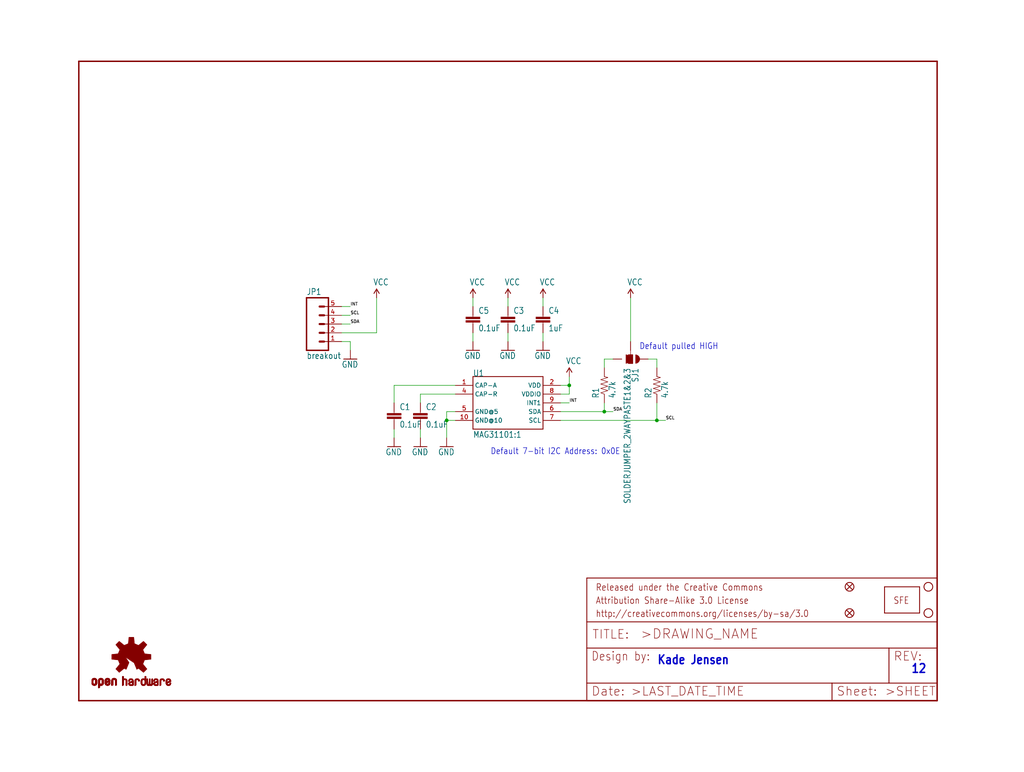
<source format=kicad_sch>
(kicad_sch (version 20211123) (generator eeschema)
  (paper "User" 297.002 223.926)
  (lib_symbols
    (symbol "eagleSchem-eagle-import:CAP0603-CAP"
      (property "Reference" "C" (at 1.524 2.921 0))
      (property "Value" "CAP0603-CAP" (at 1.524 -2.159 0))
      (symbol "CAP0603-CAP_1_0"
        (pin passive line (at 0 5.08 270) (length 2.54) (name "1") (number "1"))
        (pin passive line (at 0 -2.54 90) (length 2.54) (name "2") (number "2"))
      )
    )
    (symbol "eagleSchem-eagle-import:FIDUCIAL1X2")
    (symbol "eagleSchem-eagle-import:FRAME-LETTER"
      (symbol "FRAME-LETTER_2_0"
        (text ">DRAWING_NAME" (at 15.494 17.78 0) (effects (font (size 2.7432 2.7432)) (justify left bottom)))
        (text ">LAST_DATE_TIME" (at 12.7 1.27 0) (effects (font (size 2.54 2.54)) (justify left bottom)))
        (text ">SHEET" (at 86.36 1.27 0) (effects (font (size 2.54 2.54)) (justify left bottom)))
        (text "Attribution Share-Alike 3.0 License" (at 2.54 27.94 0) (effects (font (size 1.9304 1.6408)) (justify left bottom)))
        (text "Date:" (at 1.27 1.27 0) (effects (font (size 2.54 2.54)) (justify left bottom)))
        (text "Design by:" (at 1.27 11.43 0) (effects (font (size 2.54 2.159)) (justify left bottom)))
        (text "http://creativecommons.org/licenses/by-sa/3.0" (at 2.54 24.13 0) (effects (font (size 1.9304 1.6408)) (justify left bottom)))
        (text "Released under the Creative Commons" (at 2.54 31.75 0) (effects (font (size 1.9304 1.6408)) (justify left bottom)))
        (text "REV:" (at 88.9 11.43 0) (effects (font (size 2.54 2.54)) (justify left bottom)))
        (text "Sheet:" (at 72.39 1.27 0) (effects (font (size 2.54 2.54)) (justify left bottom)))
        (text "TITLE:" (at 1.524 17.78 0) (effects (font (size 2.54 2.54)) (justify left bottom)))
      )
    )
    (symbol "eagleSchem-eagle-import:GND" (power)
      (property "Value" "GND" (at -2.54 -2.54 0))
      (symbol "GND_1_0"
        (pin power_in line (at 0 2.54 270) (length 2.54) (name "GND") (number "1"))
      )
    )
    (symbol "eagleSchem-eagle-import:LOGO-SFESK"
      (symbol "LOGO-SFESK_1_0"
        (text "SFE" (at 0 0 0) (effects (font (size 1.9304 1.6408)) (justify left bottom)))
      )
    )
    (symbol "eagleSchem-eagle-import:M05PTH"
      (property "Reference" "JP" (at -2.54 8.382 0))
      (property "Value" "M05PTH" (at -2.54 -10.16 0))
      (symbol "M05PTH_1_0"
        (pin passive line (at 7.62 -5.08 180) (length 5.08) (name "1") (number "1"))
        (pin passive line (at 7.62 -2.54 180) (length 5.08) (name "2") (number "2"))
        (pin passive line (at 7.62 0 180) (length 5.08) (name "3") (number "3"))
        (pin passive line (at 7.62 2.54 180) (length 5.08) (name "4") (number "4"))
        (pin passive line (at 7.62 5.08 180) (length 5.08) (name "5") (number "5"))
      )
    )
    (symbol "eagleSchem-eagle-import:MAG31101{colon}1"
      (property "Reference" "U" (at -10.16 7.62 0))
      (property "Value" "MAG31101{colon}1" (at -10.16 -10.16 0))
      (symbol "MAG31101{colon}1_1_0"
        (pin bidirectional line (at -15.24 5.08 0) (length 5.08) (name "CAP-A") (number "1"))
        (pin bidirectional line (at -15.24 -5.08 0) (length 5.08) (name "GND@10") (number "10"))
        (pin bidirectional line (at 15.24 5.08 180) (length 5.08) (name "VDD") (number "2"))
        (pin bidirectional line (at -15.24 2.54 0) (length 5.08) (name "CAP-R") (number "4"))
        (pin bidirectional line (at -15.24 -2.54 0) (length 5.08) (name "GND@5") (number "5"))
        (pin bidirectional line (at 15.24 -2.54 180) (length 5.08) (name "SDA") (number "6"))
        (pin bidirectional line (at 15.24 -5.08 180) (length 5.08) (name "SCL") (number "7"))
        (pin bidirectional line (at 15.24 2.54 180) (length 5.08) (name "VDDIO") (number "8"))
        (pin bidirectional line (at 15.24 0 180) (length 5.08) (name "INT1") (number "9"))
      )
    )
    (symbol "eagleSchem-eagle-import:OSHW-LOGOS")
    (symbol "eagleSchem-eagle-import:RESISTOR0603-RES"
      (property "Reference" "R" (at -3.81 1.4986 0))
      (property "Value" "RESISTOR0603-RES" (at -3.81 -3.302 0))
      (symbol "RESISTOR0603-RES_1_0"
        (pin passive line (at -5.08 0 0) (length 2.54) (name "1") (number "1"))
        (pin passive line (at 5.08 0 180) (length 2.54) (name "2") (number "2"))
      )
    )
    (symbol "eagleSchem-eagle-import:SOLDERJUMPER_2WAYPASTE1&2&3"
      (property "Reference" "SJ" (at 2.54 0.381 0))
      (property "Value" "SOLDERJUMPER_2WAYPASTE1&2&3" (at 2.54 -1.905 0))
      (symbol "SOLDERJUMPER_2WAYPASTE1&2&3_1_0"
        (pin passive line (at 0 5.08 270) (length 2.54) (name "1") (number "1"))
        (pin passive line (at -5.08 0 0) (length 2.54) (name "2") (number "2"))
        (pin passive line (at 0 -5.08 90) (length 2.54) (name "3") (number "3"))
      )
    )
    (symbol "eagleSchem-eagle-import:STAND-OFF")
    (symbol "eagleSchem-eagle-import:VCC" (power)
      (property "Value" "VCC" (at -1.016 3.556 0))
      (symbol "VCC_1_0"
        (pin power_in line (at 0 0 90) (length 2.54) (name "VCC") (number "1"))
      )
    )
  )
  (junction (at 175.26 119.38))
  (junction (at 190.5 121.92))
  (junction (at 165.1 111.76))
  (junction (at 129.54 121.92))
  (wire (pts (xy 190.5 104.14) (xy 187.96 104.14)))
  (wire (pts (xy 157.48 86.36) (xy 157.48 88.9)))
  (wire (pts (xy 190.5 121.92) (xy 190.5 116.84)))
  (wire (pts (xy 162.56 111.76) (xy 165.1 111.76)))
  (wire (pts (xy 175.26 106.68) (xy 175.26 104.14)))
  (wire (pts (xy 175.26 119.38) (xy 177.8 119.38)))
  (wire (pts (xy 129.54 121.92) (xy 129.54 127)))
  (wire (pts (xy 165.1 114.3) (xy 165.1 111.76)))
  (wire (pts (xy 132.08 121.92) (xy 129.54 121.92)))
  (wire (pts (xy 137.16 88.9) (xy 137.16 86.36)))
  (wire (pts (xy 121.92 124.46) (xy 121.92 127)))
  (wire (pts (xy 190.5 106.68) (xy 190.5 104.14)))
  (wire (pts (xy 162.56 114.3) (xy 165.1 114.3)))
  (wire (pts (xy 157.48 96.52) (xy 157.48 99.06)))
  (wire (pts (xy 137.16 96.52) (xy 137.16 99.06)))
  (wire (pts (xy 162.56 116.84) (xy 165.1 116.84)))
  (wire (pts (xy 132.08 114.3) (xy 121.92 114.3)))
  (wire (pts (xy 162.56 121.92) (xy 190.5 121.92)))
  (wire (pts (xy 177.8 104.14) (xy 175.26 104.14)))
  (wire (pts (xy 109.22 96.52) (xy 109.22 86.36)))
  (wire (pts (xy 175.26 119.38) (xy 162.56 119.38)))
  (wire (pts (xy 101.6 99.06) (xy 101.6 101.6)))
  (wire (pts (xy 182.88 99.06) (xy 182.88 86.36)))
  (wire (pts (xy 114.3 111.76) (xy 114.3 116.84)))
  (wire (pts (xy 147.32 86.36) (xy 147.32 88.9)))
  (wire (pts (xy 99.06 99.06) (xy 101.6 99.06)))
  (wire (pts (xy 129.54 119.38) (xy 129.54 121.92)))
  (wire (pts (xy 121.92 114.3) (xy 121.92 116.84)))
  (wire (pts (xy 165.1 111.76) (xy 165.1 109.22)))
  (wire (pts (xy 147.32 99.06) (xy 147.32 96.52)))
  (wire (pts (xy 99.06 88.9) (xy 101.6 88.9)))
  (wire (pts (xy 99.06 91.44) (xy 101.6 91.44)))
  (wire (pts (xy 99.06 96.52) (xy 109.22 96.52)))
  (wire (pts (xy 132.08 119.38) (xy 129.54 119.38)))
  (wire (pts (xy 132.08 111.76) (xy 114.3 111.76)))
  (wire (pts (xy 99.06 93.98) (xy 101.6 93.98)))
  (wire (pts (xy 175.26 116.84) (xy 175.26 119.38)))
  (wire (pts (xy 114.3 124.46) (xy 114.3 127)))
  (wire (pts (xy 190.5 121.92) (xy 193.04 121.92)))
  (text "Kade Jensen" (at 190.5 193.04 180) (effects (font (size 2.54 2.159) (thickness 0.4318) bold) (justify left bottom)))
  (text "Default 7-bit I2C Address: 0x0E" (at 142.24 132.08 180) (effects (font (size 1.778 1.5113)) (justify left bottom)))
  (text "12" (at 264.16 195.58 180) (effects (font (size 2.54 2.159) (thickness 0.4318) bold) (justify left bottom)))
  (text "Default pulled HIGH" (at 185.42 101.6 180) (effects (font (size 1.778 1.5113)) (justify left bottom)))
  (label "INT" (at 101.6 88.9 0) (effects (font (size 0.889 0.889))))
  (label "SDA" (at 101.6 93.98 0) (effects (font (size 0.889 0.889))))
  (label "SDA" (at 177.8 119.38 0) (effects (font (size 0.889 0.889))))
  (label "SCL" (at 101.6 91.44 0) (effects (font (size 0.889 0.889))))
  (label "SCL" (at 193.04 121.92 0) (effects (font (size 0.889 0.889))))
  (label "INT" (at 165.1 116.84 0) (effects (font (size 0.889 0.889))))
  (symbol (lib_id "eagleSchem-eagle-import:M05PTH") (at 91.44 93.98 0) (unit 1)
    (property "Reference" "JP1" (at 88.9 85.598 0) (effects (font (size 1.778 1.5113)) (justify left bottom)))
    (property "Value" "breakout" (at 88.9 104.14 0) (effects (font (size 1.778 1.5113)) (justify left bottom)))
    (property "Footprint" "eagleSchem:1X05" (effects hide))
  )
  (symbol (lib_id "eagleSchem-eagle-import:VCC") (at 147.32 86.36 0) (unit 1)
    (property "Reference" "#P+1" (effects hide))
    (property "Value" "VCC" (at 146.304 82.804 0) (effects (font (size 1.778 1.5113)) (justify left bottom)))
    (property "Footprint" "eagleSchem:" (effects hide))
  )
  (symbol (lib_id "eagleSchem-eagle-import:GND") (at 157.48 101.6 0) (unit 1)
    (property "Reference" "#GND8" (effects hide))
    (property "Value" "GND" (at 154.94 104.14 0) (effects (font (size 1.778 1.5113)) (justify left bottom)))
    (property "Footprint" "eagleSchem:" (effects hide))
  )
  (symbol (lib_id "eagleSchem-eagle-import:RESISTOR0603-RES") (at 190.5 111.76 90) (unit 1)
    (property "Reference" "R2" (at 189.0014 115.57 0) (effects (font (size 1.778 1.5113)) (justify left bottom)))
    (property "Value" "4.7k" (at 193.802 115.57 0) (effects (font (size 1.778 1.5113)) (justify left bottom)))
    (property "Footprint" "eagleSchem:0603-RES" (effects hide))
  )
  (symbol (lib_id "eagleSchem-eagle-import:VCC") (at 137.16 86.36 0) (unit 1)
    (property "Reference" "#P+5" (effects hide))
    (property "Value" "VCC" (at 136.144 82.804 0) (effects (font (size 1.778 1.5113)) (justify left bottom)))
    (property "Footprint" "eagleSchem:" (effects hide))
  )
  (symbol (lib_id "eagleSchem-eagle-import:CAP0603-CAP") (at 147.32 93.98 0) (unit 1)
    (property "Reference" "C3" (at 148.844 91.059 0) (effects (font (size 1.778 1.5113)) (justify left bottom)))
    (property "Value" "0.1uF" (at 148.844 96.139 0) (effects (font (size 1.778 1.5113)) (justify left bottom)))
    (property "Footprint" "eagleSchem:0603-CAP" (effects hide))
  )
  (symbol (lib_id "eagleSchem-eagle-import:FRAME-LETTER") (at 22.86 203.2 0) (unit 1)
    (property "Reference" "FRAME2" (effects hide))
    (property "Value" "FRAME-LETTER" (effects hide))
    (property "Footprint" "eagleSchem:CREATIVE_COMMONS" (effects hide))
  )
  (symbol (lib_id "eagleSchem-eagle-import:STAND-OFF") (at 269.24 170.18 0) (unit 1)
    (property "Reference" "JP3" (effects hide))
    (property "Value" "STAND-OFF" (effects hide))
    (property "Footprint" "eagleSchem:STAND-OFF" (effects hide))
  )
  (symbol (lib_id "eagleSchem-eagle-import:GND") (at 129.54 129.54 0) (unit 1)
    (property "Reference" "#GND1" (effects hide))
    (property "Value" "GND" (at 127 132.08 0) (effects (font (size 1.778 1.5113)) (justify left bottom)))
    (property "Footprint" "eagleSchem:" (effects hide))
  )
  (symbol (lib_id "eagleSchem-eagle-import:FIDUCIAL1X2") (at 246.38 177.8 0) (unit 1)
    (property "Reference" "FID2" (effects hide))
    (property "Value" "FIDUCIAL1X2" (effects hide))
    (property "Footprint" "eagleSchem:FIDUCIAL-1X2" (effects hide))
  )
  (symbol (lib_id "eagleSchem-eagle-import:CAP0603-CAP") (at 114.3 121.92 0) (unit 1)
    (property "Reference" "C1" (at 115.824 118.999 0) (effects (font (size 1.778 1.5113)) (justify left bottom)))
    (property "Value" "0.1uF" (at 115.824 124.079 0) (effects (font (size 1.778 1.5113)) (justify left bottom)))
    (property "Footprint" "eagleSchem:0603-CAP" (effects hide))
  )
  (symbol (lib_id "eagleSchem-eagle-import:SOLDERJUMPER_2WAYPASTE1&2&3") (at 182.88 104.14 270) (unit 1)
    (property "Reference" "SJ1" (at 183.261 106.68 0) (effects (font (size 1.778 1.5113)) (justify left bottom)))
    (property "Value" "SOLDERJUMPER_2WAYPASTE1&2&3" (at 180.975 106.68 0) (effects (font (size 1.778 1.5113)) (justify left bottom)))
    (property "Footprint" "eagleSchem:SJ_3_PASTE1&2&3" (effects hide))
  )
  (symbol (lib_id "eagleSchem-eagle-import:OSHW-LOGOS") (at 38.1 190.5 0) (unit 1)
    (property "Reference" "LOGO1" (effects hide))
    (property "Value" "OSHW-LOGOS" (effects hide))
    (property "Footprint" "eagleSchem:OSHW-LOGO-S" (effects hide))
  )
  (symbol (lib_id "eagleSchem-eagle-import:CAP0603-CAP") (at 137.16 93.98 0) (unit 1)
    (property "Reference" "C5" (at 138.684 91.059 0) (effects (font (size 1.778 1.5113)) (justify left bottom)))
    (property "Value" "0.1uF" (at 138.684 96.139 0) (effects (font (size 1.778 1.5113)) (justify left bottom)))
    (property "Footprint" "eagleSchem:0603-CAP" (effects hide))
  )
  (symbol (lib_id "eagleSchem-eagle-import:VCC") (at 109.22 86.36 0) (unit 1)
    (property "Reference" "#P+4" (effects hide))
    (property "Value" "VCC" (at 108.204 82.804 0) (effects (font (size 1.778 1.5113)) (justify left bottom)))
    (property "Footprint" "eagleSchem:" (effects hide))
  )
  (symbol (lib_id "eagleSchem-eagle-import:CAP0603-CAP") (at 157.48 93.98 0) (unit 1)
    (property "Reference" "C4" (at 159.004 91.059 0) (effects (font (size 1.778 1.5113)) (justify left bottom)))
    (property "Value" "1uF" (at 159.004 96.139 0) (effects (font (size 1.778 1.5113)) (justify left bottom)))
    (property "Footprint" "eagleSchem:0603-CAP" (effects hide))
  )
  (symbol (lib_id "eagleSchem-eagle-import:VCC") (at 157.48 86.36 0) (unit 1)
    (property "Reference" "#P+6" (effects hide))
    (property "Value" "VCC" (at 156.464 82.804 0) (effects (font (size 1.778 1.5113)) (justify left bottom)))
    (property "Footprint" "eagleSchem:" (effects hide))
  )
  (symbol (lib_id "eagleSchem-eagle-import:GND") (at 121.92 129.54 0) (unit 1)
    (property "Reference" "#GND3" (effects hide))
    (property "Value" "GND" (at 119.38 132.08 0) (effects (font (size 1.778 1.5113)) (justify left bottom)))
    (property "Footprint" "eagleSchem:" (effects hide))
  )
  (symbol (lib_id "eagleSchem-eagle-import:STAND-OFF") (at 269.24 177.8 0) (unit 1)
    (property "Reference" "JP2" (effects hide))
    (property "Value" "STAND-OFF" (effects hide))
    (property "Footprint" "eagleSchem:STAND-OFF" (effects hide))
  )
  (symbol (lib_id "eagleSchem-eagle-import:FRAME-LETTER") (at 170.18 203.2 0) (unit 2)
    (property "Reference" "FRAME2" (effects hide))
    (property "Value" "FRAME-LETTER" (effects hide))
    (property "Footprint" "eagleSchem:CREATIVE_COMMONS" (effects hide))
  )
  (symbol (lib_id "eagleSchem-eagle-import:LOGO-SFESK") (at 259.08 175.26 0) (unit 1)
    (property "Reference" "JP7" (effects hide))
    (property "Value" "LOGO-SFESK" (effects hide))
    (property "Footprint" "eagleSchem:SFE-LOGO-FLAME" (effects hide))
  )
  (symbol (lib_id "eagleSchem-eagle-import:GND") (at 137.16 101.6 0) (unit 1)
    (property "Reference" "#GND7" (effects hide))
    (property "Value" "GND" (at 134.62 104.14 0) (effects (font (size 1.778 1.5113)) (justify left bottom)))
    (property "Footprint" "eagleSchem:" (effects hide))
  )
  (symbol (lib_id "eagleSchem-eagle-import:CAP0603-CAP") (at 121.92 121.92 0) (unit 1)
    (property "Reference" "C2" (at 123.444 118.999 0) (effects (font (size 1.778 1.5113)) (justify left bottom)))
    (property "Value" "0.1uF" (at 123.444 124.079 0) (effects (font (size 1.778 1.5113)) (justify left bottom)))
    (property "Footprint" "eagleSchem:0603-CAP" (effects hide))
  )
  (symbol (lib_id "eagleSchem-eagle-import:GND") (at 147.32 101.6 0) (unit 1)
    (property "Reference" "#GND4" (effects hide))
    (property "Value" "GND" (at 144.78 104.14 0) (effects (font (size 1.778 1.5113)) (justify left bottom)))
    (property "Footprint" "eagleSchem:" (effects hide))
  )
  (symbol (lib_id "eagleSchem-eagle-import:VCC") (at 165.1 109.22 0) (unit 1)
    (property "Reference" "#P+2" (effects hide))
    (property "Value" "VCC" (at 164.084 105.664 0) (effects (font (size 1.778 1.5113)) (justify left bottom)))
    (property "Footprint" "eagleSchem:" (effects hide))
  )
  (symbol (lib_id "eagleSchem-eagle-import:GND") (at 114.3 129.54 0) (unit 1)
    (property "Reference" "#GND2" (effects hide))
    (property "Value" "GND" (at 111.76 132.08 0) (effects (font (size 1.778 1.5113)) (justify left bottom)))
    (property "Footprint" "eagleSchem:" (effects hide))
  )
  (symbol (lib_id "eagleSchem-eagle-import:FIDUCIAL1X2") (at 246.38 170.18 0) (unit 1)
    (property "Reference" "FID1" (effects hide))
    (property "Value" "FIDUCIAL1X2" (effects hide))
    (property "Footprint" "eagleSchem:FIDUCIAL-1X2" (effects hide))
  )
  (symbol (lib_id "eagleSchem-eagle-import:GND") (at 101.6 104.14 0) (unit 1)
    (property "Reference" "#GND5" (effects hide))
    (property "Value" "GND" (at 99.06 106.68 0) (effects (font (size 1.778 1.5113)) (justify left bottom)))
    (property "Footprint" "eagleSchem:" (effects hide))
  )
  (symbol (lib_id "eagleSchem-eagle-import:MAG31101{colon}1") (at 147.32 116.84 0) (unit 1)
    (property "Reference" "U1" (at 137.16 109.22 0) (effects (font (size 1.778 1.5113)) (justify left bottom)))
    (property "Value" "MAG31101{colon}1" (at 137.16 127 0) (effects (font (size 1.778 1.5113)) (justify left bottom)))
    (property "Footprint" "eagleSchem:DFN-10-W" (effects hide))
  )
  (symbol (lib_id "eagleSchem-eagle-import:RESISTOR0603-RES") (at 175.26 111.76 90) (unit 1)
    (property "Reference" "R1" (at 173.7614 115.57 0) (effects (font (size 1.778 1.5113)) (justify left bottom)))
    (property "Value" "4.7k" (at 178.562 115.57 0) (effects (font (size 1.778 1.5113)) (justify left bottom)))
    (property "Footprint" "eagleSchem:0603-RES" (effects hide))
  )
  (symbol (lib_id "eagleSchem-eagle-import:VCC") (at 182.88 86.36 0) (unit 1)
    (property "Reference" "#P+3" (effects hide))
    (property "Value" "VCC" (at 181.864 82.804 0) (effects (font (size 1.778 1.5113)) (justify left bottom)))
    (property "Footprint" "eagleSchem:" (effects hide))
  )
)
</source>
